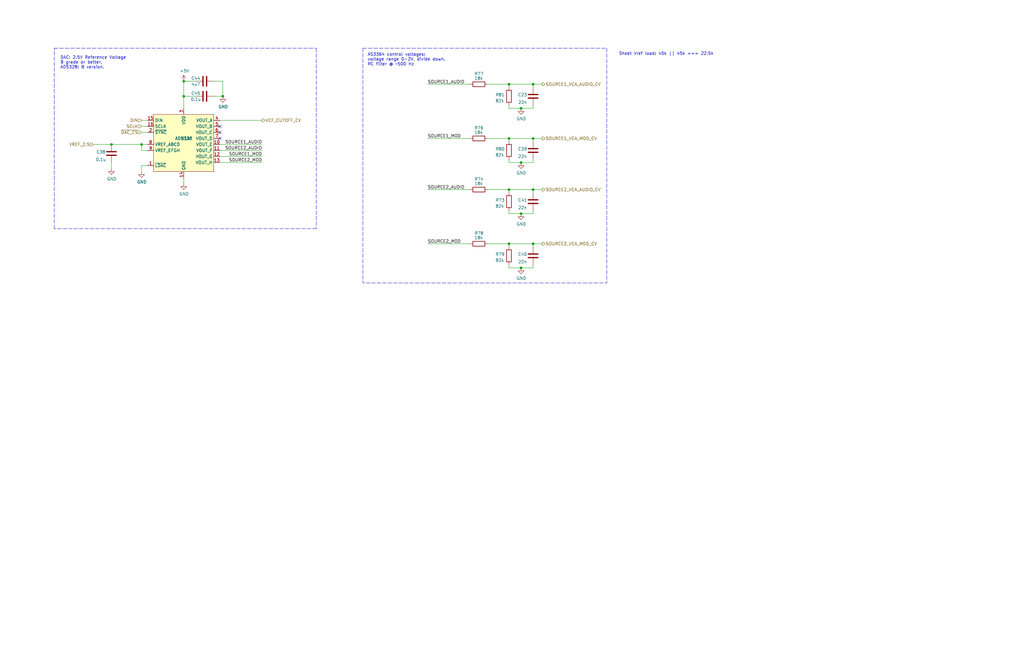
<source format=kicad_sch>
(kicad_sch (version 20230121) (generator eeschema)
  (paper "B")
  (title_block (title "Zoxnoxious Pole Dancer Mixing Filter") (date "2024-11-17") (rev "0.1") (company "Zoxnoxious Engineering"))
  (lib_symbols
    (symbol "Device:C" (pin_numbers hide) (pin_names (offset 0.254))
      (property "Reference" "C" (at 0.635 2.54 0))
      (property "Value" "C" (at 0.635 -2.54 0))
      (symbol "C_0_1"
        (polyline (pts (xy -2.032 -0.762) (xy 2.032 -0.762)) (stroke (width 0.508)))
        (polyline (pts (xy -2.032 0.762) (xy 2.032 0.762)) (stroke (width 0.508)))
      )
      (symbol "C_1_1"
        (pin passive line (at 0 3.81 270) (length 2.794) (name "~") (number "1"))
        (pin passive line (at 0 -3.81 90) (length 2.794) (name "~") (number "2"))
      )
    )
    (symbol "Device:R" (pin_numbers hide) (pin_names (offset 0))
      (property "Reference" "R" (at 2.032 0 90))
      (property "Value" "R" (at 0 0 90))
      (symbol "R_0_1"
        (rectangle (start -1.016 -2.54) (end 1.016 2.54) (stroke (width 0.254)))
      )
      (symbol "R_1_1"
        (pin passive line (at 0 3.81 270) (length 1.27) (name "~") (number "1"))
        (pin passive line (at 0 -3.81 90) (length 1.27) (name "~") (number "2"))
      )
    )
    (symbol "poledancer_symlib:AD5328"
      (property "Reference" "U" (at 0 -2.54 0))
      (property "Value" "AD5328" (at 0 0 0))
      (symbol "AD5328_0_1"
        (rectangle (start -12.7 10.16) (end 12.7 -13.97) (stroke (width 0.1524)) (fill (type background)))
      )
      (symbol "AD5328_1_1"
        (pin input line (at -15.24 -11.43 0) (length 2.54) (name "~{LDAC}") (number "1"))
        (pin output line (at 15.24 -2.54 180) (length 2.54) (name "VOUT_E") (number "10"))
        (pin output line (at 15.24 -5.08 180) (length 2.54) (name "VOUT_F") (number "11"))
        (pin output line (at 15.24 -7.62 180) (length 2.54) (name "VOUT_G") (number "12"))
        (pin output line (at 15.24 -10.16 180) (length 2.54) (name "VOUT_H") (number "13"))
        (pin power_in line (at 0 -16.51 90) (length 2.54) (name "GND") (number "14"))
        (pin input line (at -15.24 7.62 0) (length 2.54) (name "DIN") (number "15"))
        (pin input line (at -15.24 5.08 0) (length 2.54) (name "SCLK") (number "16"))
        (pin input line (at -15.24 2.54 0) (length 2.54) (name "~{SYNC}") (number "2"))
        (pin power_in line (at 0 12.7 270) (length 2.54) (name "VDD") (number "3"))
        (pin output line (at 15.24 7.62 180) (length 2.54) (name "VOUT_A") (number "4"))
        (pin output line (at 15.24 5.08 180) (length 2.54) (name "VOUT_B") (number "5"))
        (pin output line (at 15.24 2.54 180) (length 2.54) (name "VOUT_C") (number "6"))
        (pin output line (at 15.24 0 180) (length 2.54) (name "VOUT_D") (number "7"))
        (pin input line (at -15.24 -2.54 0) (length 2.54) (name "VREF_ABCD") (number "8"))
        (pin input line (at -15.24 -5.08 0) (length 2.54) (name "VREF_EFGH") (number "9"))
      )
    )
    (symbol "power:+5V" (power) (pin_names (offset 0))
      (property "Value" "+5V" (at 0 3.556 0))
      (symbol "+5V_0_1"
        (polyline (pts (xy -0.762 1.27) (xy 0 2.54)))
        (polyline (pts (xy 0 0) (xy 0 2.54)))
        (polyline (pts (xy 0 2.54) (xy 0.762 1.27)))
      )
      (symbol "+5V_1_1"
        (pin power_in line (at 0 0 90) (length 0) hide (name "+5V") (number "1"))
      )
    )
    (symbol "power:GND" (power) (pin_names (offset 0))
      (property "Value" "GND" (at 0 -3.81 0))
      (symbol "GND_0_1"
        (polyline (pts (xy 0 0) (xy 0 -1.27) (xy 1.27 -1.27) (xy 0 -2.54) (xy -1.27 -1.27) (xy 0 -1.27)))
      )
      (symbol "GND_1_1"
        (pin power_in line (at 0 0 270) (length 0) hide (name "GND") (number "1"))
      )
    )
  )
  (junction (at 214.63 58.42))
  (junction (at 77.47 40.64))
  (junction (at 219.71 90.17))
  (junction (at 59.69 60.96))
  (junction (at 219.71 45.72))
  (junction (at 77.47 34.29))
  (junction (at 93.98 40.64))
  (junction (at 224.79 80.01))
  (junction (at 219.71 113.03))
  (junction (at 214.63 35.56))
  (junction (at 219.71 68.58))
  (junction (at 224.79 102.87))
  (junction (at 224.79 35.56))
  (junction (at 224.79 58.42))
  (junction (at 214.63 102.87))
  (junction (at 214.63 80.01))
  (junction (at 46.99 60.96))
  (no_connect (at 92.71 58.42))
  (no_connect (at 92.71 55.88))
  (no_connect (at 92.71 53.34))
  (wire (pts (xy 214.63 68.58) (xy 219.71 68.58)))
  (wire (pts (xy 214.63 102.87) (xy 214.63 104.14)))
  (wire (pts (xy 224.79 90.17) (xy 224.79 88.9)))
  (wire (pts (xy 62.23 69.85) (xy 59.69 69.85)))
  (wire (pts (xy 62.23 63.5) (xy 59.69 63.5)))
  (wire (pts (xy 205.74 80.01) (xy 214.63 80.01)))
  (polyline (pts (xy 22.86 20.32) (xy 133.35 20.32)) (stroke (width 0) (type dash)))
  (wire (pts (xy 214.63 102.87) (xy 224.79 102.87)))
  (wire (pts (xy 219.71 113.03) (xy 224.79 113.03)))
  (wire (pts (xy 219.71 45.72) (xy 224.79 45.72)))
  (wire (pts (xy 214.63 90.17) (xy 219.71 90.17)))
  (wire (pts (xy 93.98 34.29) (xy 90.17 34.29)))
  (wire (pts (xy 180.34 102.87) (xy 198.12 102.87)))
  (wire (pts (xy 77.47 40.64) (xy 77.47 34.29)))
  (wire (pts (xy 59.69 55.88) (xy 62.23 55.88)))
  (wire (pts (xy 205.74 102.87) (xy 214.63 102.87)))
  (wire (pts (xy 224.79 35.56) (xy 224.79 36.83)))
  (wire (pts (xy 214.63 67.31) (xy 214.63 68.58)))
  (wire (pts (xy 77.47 34.29) (xy 82.55 34.29)))
  (wire (pts (xy 214.63 80.01) (xy 224.79 80.01)))
  (wire (pts (xy 224.79 80.01) (xy 228.6 80.01)))
  (wire (pts (xy 214.63 80.01) (xy 214.63 81.28)))
  (wire (pts (xy 39.37 60.96) (xy 46.99 60.96)))
  (wire (pts (xy 224.79 102.87) (xy 228.6 102.87)))
  (wire (pts (xy 214.63 88.9) (xy 214.63 90.17)))
  (wire (pts (xy 214.63 44.45) (xy 214.63 45.72)))
  (wire (pts (xy 59.69 53.34) (xy 62.23 53.34)))
  (wire (pts (xy 92.71 63.5) (xy 110.49 63.5)))
  (polyline (pts (xy 133.35 20.32) (xy 133.35 96.52)) (stroke (width 0) (type dash)))
  (wire (pts (xy 214.63 113.03) (xy 219.71 113.03)))
  (wire (pts (xy 180.34 80.01) (xy 198.12 80.01)))
  (wire (pts (xy 214.63 35.56) (xy 224.79 35.56)))
  (wire (pts (xy 205.74 35.56) (xy 214.63 35.56)))
  (wire (pts (xy 224.79 102.87) (xy 224.79 104.14)))
  (wire (pts (xy 59.69 50.8) (xy 62.23 50.8)))
  (wire (pts (xy 59.69 69.85) (xy 59.69 72.39)))
  (wire (pts (xy 180.34 58.42) (xy 198.12 58.42)))
  (wire (pts (xy 46.99 60.96) (xy 59.69 60.96)))
  (wire (pts (xy 59.69 63.5) (xy 59.69 60.96)))
  (wire (pts (xy 77.47 40.64) (xy 77.47 45.72)))
  (wire (pts (xy 92.71 60.96) (xy 110.49 60.96)))
  (wire (pts (xy 219.71 68.58) (xy 224.79 68.58)))
  (wire (pts (xy 46.99 68.58) (xy 46.99 71.12)))
  (wire (pts (xy 214.63 111.76) (xy 214.63 113.03)))
  (wire (pts (xy 92.71 68.58) (xy 110.49 68.58)))
  (wire (pts (xy 59.69 60.96) (xy 62.23 60.96)))
  (wire (pts (xy 214.63 45.72) (xy 219.71 45.72)))
  (polyline (pts (xy 133.35 96.52) (xy 22.86 96.52)) (stroke (width 0) (type dash)))
  (wire (pts (xy 180.34 35.56) (xy 198.12 35.56)))
  (wire (pts (xy 224.79 58.42) (xy 228.6 58.42)))
  (wire (pts (xy 77.47 74.93) (xy 77.47 77.47)))
  (wire (pts (xy 214.63 35.56) (xy 214.63 36.83)))
  (wire (pts (xy 90.17 40.64) (xy 93.98 40.64)))
  (wire (pts (xy 224.79 45.72) (xy 224.79 44.45)))
  (wire (pts (xy 92.71 66.04) (xy 110.49 66.04)))
  (wire (pts (xy 224.79 68.58) (xy 224.79 67.31)))
  (wire (pts (xy 77.47 40.64) (xy 82.55 40.64)))
  (wire (pts (xy 92.71 50.8) (xy 110.49 50.8)))
  (wire (pts (xy 219.71 90.17) (xy 224.79 90.17)))
  (wire (pts (xy 205.74 58.42) (xy 214.63 58.42)))
  (polyline (pts (xy 22.86 96.52) (xy 22.86 20.32)) (stroke (width 0) (type dash)))
  (wire (pts (xy 93.98 40.64) (xy 93.98 34.29)))
  (wire (pts (xy 224.79 80.01) (xy 224.79 81.28)))
  (wire (pts (xy 224.79 58.42) (xy 224.79 59.69)))
  (wire (pts (xy 214.63 58.42) (xy 214.63 59.69)))
  (wire (pts (xy 224.79 113.03) (xy 224.79 111.76)))
  (wire (pts (xy 224.79 35.56) (xy 228.6 35.56)))
  (wire (pts (xy 214.63 58.42) (xy 224.79 58.42)))
  (rectangle (start 153.035 20.32) (end 255.905 119.38) (stroke (width 0) (type dash)))
  (text "AS3364 control voltages:\nvoltage range 0-2V, divide down.\nRC filter @ ~500 Hz" (at 154.94 27.94 0) (effects (font (size 1.27 1.27)) (justify left bottom)))
  (text "DAC: 2.5V Reference Voltage\nB grade or better.\nAD5328: B version." (at 25.4 29.21 0) (effects (font (size 1.27 1.27)) (justify left bottom)))
  (text "Sheet Vref load: 45k || 45k ==> 22.5k" (at 260.985 23.495 0) (effects (font (size 1.27 1.27)) (justify left bottom)))
  (label "SOURCE2_MOD" (at 180.34 102.87 0))
  (label "SOURCE1_AUDIO" (at 180.34 35.56 0))
  (label "SOURCE1_MOD" (at 180.34 58.42 0))
  (label "SOURCE1_MOD" (at 110.49 66.04 180))
  (label "SOURCE2_MOD" (at 110.49 68.58 180))
  (label "SOURCE2_AUDIO" (at 110.49 63.5 180))
  (label "SOURCE1_AUDIO" (at 110.49 60.96 180))
  (label "SOURCE2_AUDIO" (at 180.34 80.01 0))
  (hierarchical_label "VCF_CUTOFF_CV" (shape output) (at 110.49 50.8 0))
  (hierarchical_label "VREF_2.5" (shape input) (at 39.37 60.96 180))
  (hierarchical_label "SOURCE1_VCA_MOD_CV" (shape output) (at 228.6 58.42 0))
  (hierarchical_label "SOURCE2_VCA_MOD_CV" (shape output) (at 228.6 102.87 0))
  (hierarchical_label "SOURCE1_VCA_AUDIO_CV" (shape output) (at 228.6 35.56 0))
  (hierarchical_label "~{DAC_CS}" (shape input) (at 59.69 55.88 180))
  (hierarchical_label "SCLK" (shape input) (at 59.69 53.34 180))
  (hierarchical_label "DIN" (shape input) (at 59.69 50.8 180))
  (hierarchical_label "SOURCE2_VCA_AUDIO_CV" (shape output) (at 228.6 80.01 0))
  (symbol (lib_id "Device:C") (at 224.79 85.09 0) (unit 1)
    (property "Reference" "C41" (at 220.345 84.455 0))
    (property "Value" "22n" (at 220.345 87.63 0))
    (property "Footprint" "Capacitor_SMD:C_0603_1608Metric" (effects hide))
    (property "LCSC" "C21122" (effects hide))
  )
  (symbol (lib_id "power:GND") (at 219.71 45.72 0) (unit 1)
    (property "Reference" "#PWR039" (effects hide))
    (property "Value" "GND" (at 219.837 50.1142 0))
  )
  (symbol (lib_id "Device:R") (at 201.93 58.42 270) (unit 1)
    (property "Reference" "R76" (at 200.025 53.975 90) (effects (justify left)))
    (property "Value" "18k" (at 200.025 55.88 90) (effects (justify left)))
    (property "Footprint" "Resistor_SMD:R_0603_1608Metric" (effects hide))
    (property "LCSC" "C25810" (effects hide))
  )
  (symbol (lib_id "power:GND") (at 46.99 71.12 0) (unit 1)
    (property "Reference" "#PWR0100" (effects hide))
    (property "Value" "GND" (at 47.117 75.5142 0))
  )
  (symbol (lib_id "power:GND") (at 59.69 72.39 0) (unit 1)
    (property "Reference" "#PWR033" (effects hide))
    (property "Value" "GND" (at 59.817 76.7842 0))
  )
  (symbol (lib_id "power:+5V") (at 77.47 34.29 0) (unit 1)
    (property "Reference" "#PWR035" (effects hide))
    (property "Value" "+5V" (at 77.851 29.8958 0))
  )
  (symbol (lib_id "Device:R") (at 201.93 35.56 270) (unit 1)
    (property "Reference" "R77" (at 200.025 31.115 90) (effects (justify left)))
    (property "Value" "18k" (at 200.025 33.02 90) (effects (justify left)))
    (property "Footprint" "Resistor_SMD:R_0603_1608Metric" (effects hide))
    (property "LCSC" "C25810" (effects hide))
  )
  (symbol (lib_id "Device:R") (at 201.93 80.01 270) (unit 1)
    (property "Reference" "R74" (at 200.025 75.565 90) (effects (justify left)))
    (property "Value" "18k" (at 200.025 77.47 90) (effects (justify left)))
    (property "Footprint" "Resistor_SMD:R_0603_1608Metric" (effects hide))
    (property "LCSC" "C25810" (effects hide))
  )
  (symbol (lib_id "Device:R") (at 214.63 40.64 0) (unit 1)
    (property "Reference" "R81" (at 208.915 40.005 0) (effects (justify left)))
    (property "Value" "82k" (at 208.915 42.545 0) (effects (justify left)))
    (property "Footprint" "Resistor_SMD:R_0603_1608Metric" (effects hide))
    (property "LCSC" "C23254" (effects hide))
  )
  (symbol (lib_id "Device:C") (at 46.99 64.77 0) (unit 1)
    (property "Reference" "C38" (at 42.545 64.135 0))
    (property "Value" "0.1u" (at 42.545 67.31 0))
    (property "Footprint" "Capacitor_SMD:C_0603_1608Metric" (effects hide))
    (property "LCSC" "C14663" (effects hide))
  )
  (symbol (lib_id "power:GND") (at 219.71 90.17 0) (unit 1)
    (property "Reference" "#PWR041" (effects hide))
    (property "Value" "GND" (at 219.837 94.5642 0))
  )
  (symbol (lib_id "Device:C") (at 224.79 40.64 0) (unit 1)
    (property "Reference" "C23" (at 220.345 40.005 0))
    (property "Value" "22n" (at 220.345 43.18 0))
    (property "Footprint" "Capacitor_SMD:C_0603_1608Metric" (effects hide))
    (property "LCSC" "C21122" (effects hide))
  )
  (symbol (lib_id "Device:R") (at 214.63 63.5 0) (unit 1)
    (property "Reference" "R80" (at 208.915 62.865 0) (effects (justify left)))
    (property "Value" "82k" (at 208.915 65.405 0) (effects (justify left)))
    (property "Footprint" "Resistor_SMD:R_0603_1608Metric" (effects hide))
    (property "LCSC" "C23254" (effects hide))
  )
  (symbol (lib_id "Device:C") (at 86.36 34.29 90) (unit 1)
    (property "Reference" "C44" (at 82.55 33.02 90))
    (property "Value" "4u7" (at 82.55 35.56 90))
    (property "Footprint" "Capacitor_SMD:C_0603_1608Metric" (effects hide))
    (property "LCSC" "C19666" (effects hide))
  )
  (symbol (lib_id "Device:C") (at 86.36 40.64 90) (unit 1)
    (property "Reference" "C45" (at 82.55 39.37 90))
    (property "Value" "0.1u" (at 82.55 41.91 90))
    (property "Footprint" "Capacitor_SMD:C_0603_1608Metric" (effects hide))
    (property "LCSC" "C14663" (effects hide))
  )
  (symbol (lib_id "power:GND") (at 77.47 77.47 0) (unit 1)
    (property "Reference" "#PWR036" (effects hide))
    (property "Value" "GND" (at 77.597 81.8642 0))
  )
  (symbol (lib_id "Device:C") (at 224.79 63.5 0) (unit 1)
    (property "Reference" "C39" (at 220.345 62.865 0))
    (property "Value" "22n" (at 220.345 66.04 0))
    (property "Footprint" "Capacitor_SMD:C_0603_1608Metric" (effects hide))
    (property "LCSC" "C21122" (effects hide))
  )
  (symbol (lib_id "power:GND") (at 219.71 113.03 0) (unit 1)
    (property "Reference" "#PWR040" (effects hide))
    (property "Value" "GND" (at 219.837 117.4242 0))
  )
  (symbol (lib_id "poledancer_symlib:AD5328") (at 77.47 58.42 0) (unit 1)
    (property "Reference" "U14" (at 76.2 58.42 0) (effects (justify left)))
    (property "Value" "AD5328" (at 77.47 58.42 0))
    (property "Footprint" "Package_SO:TSSOP-16_4.4x5mm_P0.65mm" (effects hide))
    (property "Datasheet" "https://www.analog.com/en/products/ad5308.html" (effects hide))
    (property "LCSC" "C29162" (effects hide))
  )
  (symbol (lib_id "Device:R") (at 214.63 107.95 0) (unit 1)
    (property "Reference" "R79" (at 208.915 107.315 0) (effects (justify left)))
    (property "Value" "82k" (at 208.915 109.855 0) (effects (justify left)))
    (property "Footprint" "Resistor_SMD:R_0603_1608Metric" (effects hide))
    (property "LCSC" "C23254" (effects hide))
  )
  (symbol (lib_id "power:GND") (at 219.71 68.58 0) (unit 1)
    (property "Reference" "#PWR038" (effects hide))
    (property "Value" "GND" (at 219.837 72.9742 0))
  )
  (symbol (lib_id "Device:C") (at 224.79 107.95 0) (unit 1)
    (property "Reference" "C40" (at 220.345 107.315 0))
    (property "Value" "22n" (at 220.345 110.49 0))
    (property "Footprint" "Capacitor_SMD:C_0603_1608Metric" (effects hide))
    (property "LCSC" "C21122" (effects hide))
  )
  (symbol (lib_id "Device:R") (at 214.63 85.09 0) (unit 1)
    (property "Reference" "R73" (at 208.915 84.455 0) (effects (justify left)))
    (property "Value" "82k" (at 208.915 86.995 0) (effects (justify left)))
    (property "Footprint" "Resistor_SMD:R_0603_1608Metric" (effects hide))
    (property "LCSC" "C23254" (effects hide))
  )
  (symbol (lib_id "power:GND") (at 93.98 40.64 0) (unit 1)
    (property "Reference" "#PWR037" (effects hide))
    (property "Value" "GND" (at 94.107 45.0342 0))
  )
  (symbol (lib_id "Device:R") (at 201.93 102.87 270) (unit 1)
    (property "Reference" "R78" (at 200.025 98.425 90) (effects (justify left)))
    (property "Value" "18k" (at 200.025 100.33 90) (effects (justify left)))
    (property "Footprint" "Resistor_SMD:R_0603_1608Metric" (effects hide))
    (property "LCSC" "C25810" (effects hide))
  )
)
</source>
